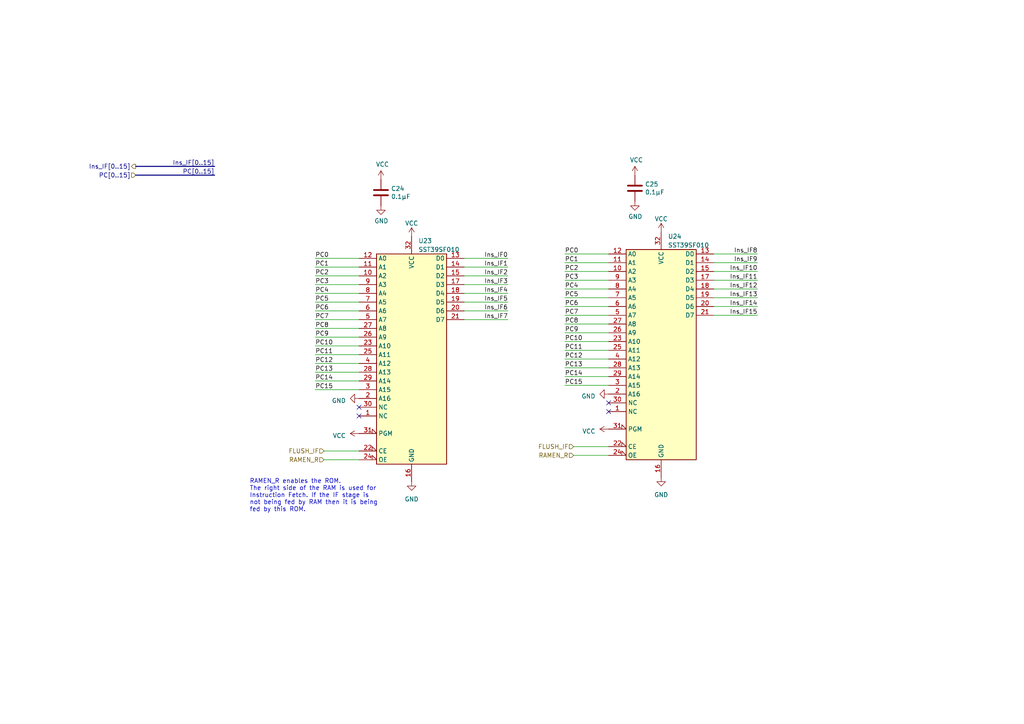
<source format=kicad_sch>
(kicad_sch (version 20230121) (generator eeschema)
  (paper "A4")
  (title_block (date "2023-11-19") (rev "A"))
  (lib_symbols
    (symbol "Device:C" (pin_numbers hide) (pin_names (offset 0.254))
      (property "Reference" "C" (at 0.635 2.54 0))
      (property "Value" "C" (at 0.635 -2.54 0))
      (symbol "C_0_1"
        (polyline (pts (xy -2.032 -0.762) (xy 2.032 -0.762)) (stroke (width 0.508)))
        (polyline (pts (xy -2.032 0.762) (xy 2.032 0.762)) (stroke (width 0.508)))
      )
      (symbol "C_1_1"
        (pin passive line (at 0 3.81 270) (length 2.794) (name "~") (number "1"))
        (pin passive line (at 0 -3.81 90) (length 2.794) (name "~") (number "2"))
      )
    )
    (symbol "Memory_Flash:SST39SF010"
      (property "Reference" "U" (at 2.54 33.02 0))
      (property "Value" "SST39SF010" (at 0 -30.48 0))
      (symbol "SST39SF010_0_0"
        (pin power_in line (at 0 -34.29 90) (length 5.08) (name "GND") (number "16"))
        (pin power_in line (at 0 36.83 270) (length 5.08) (name "VCC") (number "32"))
      )
      (symbol "SST39SF010_0_1"
        (rectangle (start -10.16 31.75) (end 10.16 -29.21) (stroke (width 0.254)) (fill (type background)))
      )
      (symbol "SST39SF010_1_1"
        (pin input line (at -15.24 -15.24 0) (length 5.08) (name "NC") (number "1"))
        (pin input line (at -15.24 25.4 0) (length 5.08) (name "A2") (number "10"))
        (pin input line (at -15.24 27.94 0) (length 5.08) (name "A1") (number "11"))
        (pin input line (at -15.24 30.48 0) (length 5.08) (name "A0") (number "12"))
        (pin tri_state line (at 15.24 30.48 180) (length 5.08) (name "D0") (number "13"))
        (pin tri_state line (at 15.24 27.94 180) (length 5.08) (name "D1") (number "14"))
        (pin tri_state line (at 15.24 25.4 180) (length 5.08) (name "D2") (number "15"))
        (pin tri_state line (at 15.24 22.86 180) (length 5.08) (name "D3") (number "17"))
        (pin tri_state line (at 15.24 20.32 180) (length 5.08) (name "D4") (number "18"))
        (pin tri_state line (at 15.24 17.78 180) (length 5.08) (name "D5") (number "19"))
        (pin input line (at -15.24 -10.16 0) (length 5.08) (name "A16") (number "2"))
        (pin tri_state line (at 15.24 15.24 180) (length 5.08) (name "D6") (number "20"))
        (pin tri_state line (at 15.24 12.7 180) (length 5.08) (name "D7") (number "21"))
        (pin input input_low (at -15.24 -25.4 0) (length 5.08) (name "CE") (number "22"))
        (pin input line (at -15.24 5.08 0) (length 5.08) (name "A10") (number "23"))
        (pin input input_low (at -15.24 -27.94 0) (length 5.08) (name "OE") (number "24"))
        (pin input line (at -15.24 2.54 0) (length 5.08) (name "A11") (number "25"))
        (pin input line (at -15.24 7.62 0) (length 5.08) (name "A9") (number "26"))
        (pin input line (at -15.24 10.16 0) (length 5.08) (name "A8") (number "27"))
        (pin input line (at -15.24 -2.54 0) (length 5.08) (name "A13") (number "28"))
        (pin input line (at -15.24 -5.08 0) (length 5.08) (name "A14") (number "29"))
        (pin input line (at -15.24 -7.62 0) (length 5.08) (name "A15") (number "3"))
        (pin input line (at -15.24 -12.7 0) (length 5.08) (name "NC") (number "30"))
        (pin input input_low (at -15.24 -20.32 0) (length 5.08) (name "PGM") (number "31"))
        (pin input line (at -15.24 0 0) (length 5.08) (name "A12") (number "4"))
        (pin input line (at -15.24 12.7 0) (length 5.08) (name "A7") (number "5"))
        (pin input line (at -15.24 15.24 0) (length 5.08) (name "A6") (number "6"))
        (pin input line (at -15.24 17.78 0) (length 5.08) (name "A5") (number "7"))
        (pin input line (at -15.24 20.32 0) (length 5.08) (name "A4") (number "8"))
        (pin input line (at -15.24 22.86 0) (length 5.08) (name "A3") (number "9"))
      )
    )
    (symbol "power:GND" (power) (pin_names (offset 0))
      (property "Value" "GND" (at 0 -3.81 0))
      (symbol "GND_0_1"
        (polyline (pts (xy 0 0) (xy 0 -1.27) (xy 1.27 -1.27) (xy 0 -2.54) (xy -1.27 -1.27) (xy 0 -1.27)))
      )
      (symbol "GND_1_1"
        (pin power_in line (at 0 0 270) (length 0) hide (name "GND") (number "1"))
      )
    )
    (symbol "power:VCC" (power) (pin_names (offset 0))
      (property "Value" "VCC" (at 0 3.81 0))
      (symbol "VCC_0_1"
        (polyline (pts (xy -0.762 1.27) (xy 0 2.54)))
        (polyline (pts (xy 0 0) (xy 0 2.54)))
        (polyline (pts (xy 0 2.54) (xy 0.762 1.27)))
      )
      (symbol "VCC_1_1"
        (pin power_in line (at 0 0 90) (length 0) hide (name "VCC") (number "1"))
      )
    )
  )
  (no_connect (at 176.53 119.38))
  (no_connect (at 104.14 118.11))
  (no_connect (at 104.14 120.65))
  (no_connect (at 176.53 116.84))
  (wire (pts (xy 91.44 85.09) (xy 104.14 85.09)))
  (wire (pts (xy 147.32 90.17) (xy 134.62 90.17)))
  (wire (pts (xy 163.83 101.6) (xy 176.53 101.6)))
  (wire (pts (xy 91.44 105.41) (xy 104.14 105.41)))
  (wire (pts (xy 163.83 81.28) (xy 176.53 81.28)))
  (wire (pts (xy 163.83 91.44) (xy 176.53 91.44)))
  (wire (pts (xy 91.44 80.01) (xy 104.14 80.01)))
  (wire (pts (xy 219.71 76.2) (xy 207.01 76.2)))
  (wire (pts (xy 91.44 92.71) (xy 104.14 92.71)))
  (wire (pts (xy 163.83 93.98) (xy 176.53 93.98)))
  (wire (pts (xy 91.44 113.03) (xy 104.14 113.03)))
  (wire (pts (xy 91.44 77.47) (xy 104.14 77.47)))
  (wire (pts (xy 91.44 107.95) (xy 104.14 107.95)))
  (wire (pts (xy 219.71 83.82) (xy 207.01 83.82)))
  (wire (pts (xy 147.32 80.01) (xy 134.62 80.01)))
  (wire (pts (xy 219.71 81.28) (xy 207.01 81.28)))
  (wire (pts (xy 91.44 100.33) (xy 104.14 100.33)))
  (bus (pts (xy 39.37 50.8) (xy 62.23 50.8)))
  (wire (pts (xy 147.32 92.71) (xy 134.62 92.71)))
  (wire (pts (xy 163.83 76.2) (xy 176.53 76.2)))
  (wire (pts (xy 163.83 111.76) (xy 176.53 111.76)))
  (wire (pts (xy 166.37 132.08) (xy 176.53 132.08)))
  (wire (pts (xy 163.83 78.74) (xy 176.53 78.74)))
  (wire (pts (xy 163.83 86.36) (xy 176.53 86.36)))
  (bus (pts (xy 39.37 48.26) (xy 62.23 48.26)))
  (wire (pts (xy 91.44 90.17) (xy 104.14 90.17)))
  (wire (pts (xy 91.44 87.63) (xy 104.14 87.63)))
  (wire (pts (xy 91.44 74.93) (xy 104.14 74.93)))
  (wire (pts (xy 147.32 74.93) (xy 134.62 74.93)))
  (wire (pts (xy 219.71 91.44) (xy 207.01 91.44)))
  (wire (pts (xy 147.32 77.47) (xy 134.62 77.47)))
  (wire (pts (xy 219.71 86.36) (xy 207.01 86.36)))
  (wire (pts (xy 219.71 88.9) (xy 207.01 88.9)))
  (wire (pts (xy 147.32 85.09) (xy 134.62 85.09)))
  (wire (pts (xy 147.32 87.63) (xy 134.62 87.63)))
  (wire (pts (xy 219.71 78.74) (xy 207.01 78.74)))
  (wire (pts (xy 163.83 104.14) (xy 176.53 104.14)))
  (wire (pts (xy 91.44 110.49) (xy 104.14 110.49)))
  (wire (pts (xy 163.83 109.22) (xy 176.53 109.22)))
  (wire (pts (xy 163.83 73.66) (xy 176.53 73.66)))
  (wire (pts (xy 91.44 95.25) (xy 104.14 95.25)))
  (wire (pts (xy 163.83 96.52) (xy 176.53 96.52)))
  (wire (pts (xy 91.44 97.79) (xy 104.14 97.79)))
  (wire (pts (xy 91.44 102.87) (xy 104.14 102.87)))
  (wire (pts (xy 163.83 88.9) (xy 176.53 88.9)))
  (wire (pts (xy 219.71 73.66) (xy 207.01 73.66)))
  (wire (pts (xy 91.44 82.55) (xy 104.14 82.55)))
  (wire (pts (xy 93.98 133.35) (xy 104.14 133.35)))
  (wire (pts (xy 93.98 130.81) (xy 104.14 130.81)))
  (wire (pts (xy 147.32 82.55) (xy 134.62 82.55)))
  (wire (pts (xy 163.83 83.82) (xy 176.53 83.82)))
  (wire (pts (xy 163.83 106.68) (xy 176.53 106.68)))
  (wire (pts (xy 166.37 129.54) (xy 176.53 129.54)))
  (wire (pts (xy 163.83 99.06) (xy 176.53 99.06)))
  (text "RAMEN_R enables the ROM.\nThe right side of the RAM is used for\nInstruction Fetch. If the IF stage is\nnot being fed by RAM then it is being\nfed by this ROM." (at 72.39 148.59 0) (effects (font (size 1.27 1.27)) (justify left bottom)))
  (label "PC14" (at 163.83 109.22 0))
  (label "PC15" (at 163.83 111.76 0))
  (label "Ins_IF2" (at 147.32 80.01 180))
  (label "Ins_IF11" (at 219.71 81.28 180))
  (label "PC15" (at 91.44 113.03 0))
  (label "PC8" (at 91.44 95.25 0))
  (label "PC10" (at 91.44 100.33 0))
  (label "PC[0..15]" (at 62.23 50.8 180))
  (label "PC0" (at 91.44 74.93 0))
  (label "PC0" (at 163.83 73.66 0))
  (label "Ins_IF[0..15]" (at 62.23 48.26 180))
  (label "Ins_IF3" (at 147.32 82.55 180))
  (label "PC6" (at 163.83 88.9 0))
  (label "Ins_IF8" (at 219.71 73.66 180))
  (label "PC14" (at 91.44 110.49 0))
  (label "PC13" (at 163.83 106.68 0))
  (label "PC4" (at 91.44 85.09 0))
  (label "PC2" (at 163.83 78.74 0))
  (label "PC9" (at 163.83 96.52 0))
  (label "PC1" (at 91.44 77.47 0))
  (label "PC10" (at 163.83 99.06 0))
  (label "Ins_IF5" (at 147.32 87.63 180))
  (label "PC11" (at 163.83 101.6 0))
  (label "Ins_IF13" (at 219.71 86.36 180))
  (label "Ins_IF15" (at 219.71 91.44 180))
  (label "Ins_IF14" (at 219.71 88.9 180))
  (label "Ins_IF9" (at 219.71 76.2 180))
  (label "Ins_IF4" (at 147.32 85.09 180))
  (label "PC3" (at 163.83 81.28 0))
  (label "PC2" (at 91.44 80.01 0))
  (label "PC9" (at 91.44 97.79 0))
  (label "Ins_IF6" (at 147.32 90.17 180))
  (label "PC5" (at 91.44 87.63 0))
  (label "PC11" (at 91.44 102.87 0))
  (label "PC13" (at 91.44 107.95 0))
  (label "Ins_IF1" (at 147.32 77.47 180))
  (label "PC7" (at 163.83 91.44 0))
  (label "PC7" (at 91.44 92.71 0))
  (label "PC6" (at 91.44 90.17 0))
  (label "PC1" (at 163.83 76.2 0))
  (label "Ins_IF12" (at 219.71 83.82 180))
  (label "PC5" (at 163.83 86.36 0))
  (label "PC12" (at 163.83 104.14 0))
  (label "Ins_IF7" (at 147.32 92.71 180))
  (label "Ins_IF0" (at 147.32 74.93 180))
  (label "PC4" (at 163.83 83.82 0))
  (label "PC8" (at 163.83 93.98 0))
  (label "Ins_IF10" (at 219.71 78.74 180))
  (label "PC12" (at 91.44 105.41 0))
  (label "PC3" (at 91.44 82.55 0))
  (hierarchical_label "Ins_IF[0..15]" (shape output) (at 39.37 48.26 180))
  (hierarchical_label "FLUSH_IF" (shape input) (at 93.98 130.81 180))
  (hierarchical_label "PC[0..15]" (shape input) (at 39.37 50.8 180))
  (hierarchical_label "FLUSH_IF" (shape input) (at 166.37 129.54 180))
  (hierarchical_label "RAMEN_R" (shape input) (at 166.37 132.08 180))
  (hierarchical_label "RAMEN_R" (shape input) (at 93.98 133.35 180))
  (symbol (lib_id "power:VCC") (at 110.49 52.07 0) (unit 1)
    (property "Reference" "#PWR0130" (effects hide))
    (property "Value" "VCC" (at 110.9218 47.6758 0))
  )
  (symbol (lib_id "power:VCC") (at 176.53 124.46 90) (unit 1)
    (property "Reference" "#PWR0135" (effects hide))
    (property "Value" "VCC" (at 172.72 125.095 90) (effects (justify left)))
  )
  (symbol (lib_id "Memory_Flash:SST39SF010") (at 119.38 105.41 0) (unit 1)
    (property "Reference" "U23" (at 121.3359 69.85 0) (effects (justify left)))
    (property "Value" "SST39SF010" (at 121.3359 72.39 0) (effects (justify left)))
    (property "Footprint" "Package_LCC:843221B1RKTP" (effects hide))
    (property "Datasheet" "http://ww1.microchip.com/downloads/en/DeviceDoc/25022B.pdf" (effects hide))
    (property "Mouser" "https://www.mouser.com/ProductDetail/Microchip-Technology/SST39SF010A-45-4I-NHE?qs=tIuBKjZQlcn4x3o3EE%252B3qw%3D%3D" (effects hide))
    (property "Mouser2" "https://www.mouser.com/ProductDetail/517-8432-21B1-RK-TP" (effects hide))
  )
  (symbol (lib_id "power:GND") (at 191.77 138.43 0) (unit 1)
    (property "Reference" "#PWR0139" (effects hide))
    (property "Value" "GND" (at 191.77 143.51 0))
  )
  (symbol (lib_id "Device:C") (at 184.15 54.61 0) (unit 1)
    (property "Reference" "C25" (at 187.071 53.4416 0) (effects (justify left)))
    (property "Value" "0.1μF" (at 187.071 55.753 0) (effects (justify left)))
    (property "Footprint" "Capacitor_SMD:C_0603_1608Metric_Pad1.08x0.95mm_HandSolder" (effects hide))
    (property "Mouser" "https://www.mouser.com/ProductDetail/963-EMK107B7104KAHT" (effects hide))
  )
  (symbol (lib_id "power:GND") (at 184.15 58.42 0) (unit 1)
    (property "Reference" "#PWR0137" (effects hide))
    (property "Value" "GND" (at 184.277 62.8142 0))
  )
  (symbol (lib_id "power:VCC") (at 104.14 125.73 90) (unit 1)
    (property "Reference" "#PWR0129" (effects hide))
    (property "Value" "VCC" (at 100.33 126.365 90) (effects (justify left)))
  )
  (symbol (lib_id "power:VCC") (at 119.38 68.58 0) (unit 1)
    (property "Reference" "#PWR0132" (effects hide))
    (property "Value" "VCC" (at 119.38 64.77 0))
  )
  (symbol (lib_id "power:GND") (at 119.38 139.7 0) (unit 1)
    (property "Reference" "#PWR0133" (effects hide))
    (property "Value" "GND" (at 119.38 144.78 0))
  )
  (symbol (lib_id "power:GND") (at 176.53 114.3 270) (unit 1)
    (property "Reference" "#PWR0134" (effects hide))
    (property "Value" "GND" (at 172.72 114.935 90) (effects (justify right)))
  )
  (symbol (lib_id "power:VCC") (at 184.15 50.8 0) (unit 1)
    (property "Reference" "#PWR0136" (effects hide))
    (property "Value" "VCC" (at 184.5818 46.4058 0))
  )
  (symbol (lib_id "Device:C") (at 110.49 55.88 0) (unit 1)
    (property "Reference" "C24" (at 113.411 54.7116 0) (effects (justify left)))
    (property "Value" "0.1μF" (at 113.411 57.023 0) (effects (justify left)))
    (property "Footprint" "Capacitor_SMD:C_0603_1608Metric_Pad1.08x0.95mm_HandSolder" (effects hide))
    (property "Mouser" "https://www.mouser.com/ProductDetail/963-EMK107B7104KAHT" (effects hide))
  )
  (symbol (lib_id "Memory_Flash:SST39SF010") (at 191.77 104.14 0) (unit 1)
    (property "Reference" "U24" (at 193.7259 68.58 0) (effects (justify left)))
    (property "Value" "SST39SF010" (at 193.7259 71.12 0) (effects (justify left)))
    (property "Footprint" "Package_LCC:843221B1RKTP" (effects hide))
    (property "Datasheet" "http://ww1.microchip.com/downloads/en/DeviceDoc/25022B.pdf" (effects hide))
    (property "Mouser" "https://www.mouser.com/ProductDetail/Microchip-Technology/SST39SF010A-45-4I-NHE?qs=tIuBKjZQlcn4x3o3EE%252B3qw%3D%3D" (effects hide))
    (property "Mouser2" "https://www.mouser.com/ProductDetail/517-8432-21B1-RK-TP" (effects hide))
  )
  (symbol (lib_id "power:GND") (at 110.49 59.69 0) (unit 1)
    (property "Reference" "#PWR0131" (effects hide))
    (property "Value" "GND" (at 110.617 64.0842 0))
  )
  (symbol (lib_id "power:VCC") (at 191.77 67.31 0) (unit 1)
    (property "Reference" "#PWR0138" (effects hide))
    (property "Value" "VCC" (at 191.77 63.5 0))
  )
  (symbol (lib_id "power:GND") (at 104.14 115.57 270) (unit 1)
    (property "Reference" "#PWR0128" (effects hide))
    (property "Value" "GND" (at 100.33 116.205 90) (effects (justify right)))
  )
)
</source>
